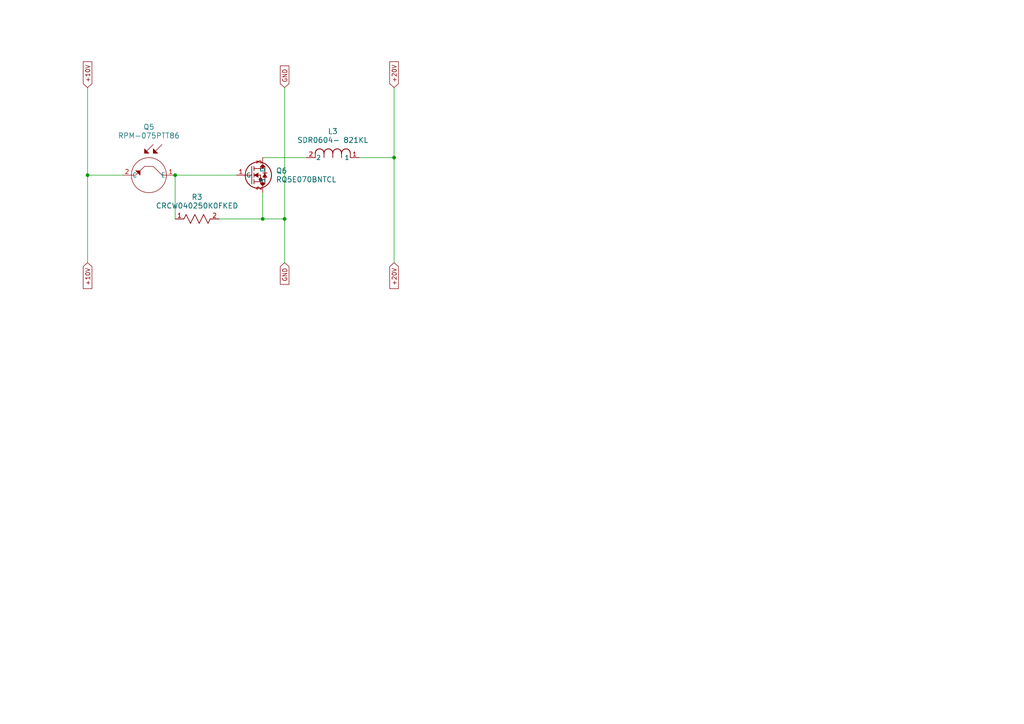
<source format=kicad_sch>
(kicad_sch (version 20250114) (generator "eeschema") (generator_version "9.0")
  (paper "A4")
  (lib_symbols
    (symbol "CRCW040250K0FKED:CRCW040250K0FKED" (pin_names (offset 0.254))
      (property "Reference" "R" (at 0 7.366 0))
      (property "Value" "CRCW040250K0FKED" (at 1.016 4.572 0))
      (symbol "CRCW040250K0FKED_1_1"
        (polyline (pts (xy -3.81 0) (xy -3.175 1.27)) (stroke (width 0.2032)))
        (polyline (pts (xy -3.175 1.27) (xy -1.905 -1.27)) (stroke (width 0.2032)))
        (polyline (pts (xy -1.905 -1.27) (xy -0.635 1.27)) (stroke (width 0.2032)))
        (polyline (pts (xy -0.635 1.27) (xy 0.635 -1.27)) (stroke (width 0.2032)))
        (polyline (pts (xy 0.635 -1.27) (xy 1.905 1.27)) (stroke (width 0.2032)))
        (polyline (pts (xy 1.905 1.27) (xy 3.175 -1.27)) (stroke (width 0.2032)))
        (polyline (pts (xy 3.175 -1.27) (xy 3.81 0)) (stroke (width 0.2032)))
        (pin unspecified line (at -6.35 0 0) (length 2.54) (name "") (number "1"))
        (pin unspecified line (at 6.35 0 180) (length 2.54) (name "") (number "2"))
      )
      (symbol "CRCW040250K0FKED_1_2"
        (polyline (pts (xy -1.27 8.255) (xy 1.27 9.525)) (stroke (width 0.2032)))
        (polyline (pts (xy -1.27 5.715) (xy 1.27 6.985)) (stroke (width 0.2032)))
        (polyline (pts (xy -1.27 3.175) (xy 1.27 4.445)) (stroke (width 0.2032)))
        (polyline (pts (xy 0 2.54) (xy -1.27 3.175)) (stroke (width 0.2032)))
        (polyline (pts (xy 1.27 9.525) (xy 0 10.16)) (stroke (width 0.2032)))
        (polyline (pts (xy 1.27 6.985) (xy -1.27 8.255)) (stroke (width 0.2032)))
        (polyline (pts (xy 1.27 4.445) (xy -1.27 5.715)) (stroke (width 0.2032)))
        (pin unspecified line (at 0 12.7 270) (length 2.54) (name "") (number "1"))
        (pin unspecified line (at 0 0 90) (length 2.54) (name "") (number "2"))
      )
    )
    (symbol "RPM-075PTT86:RPM-075PTT86" (pin_names (offset 0.254))
      (property "Reference" "Q" (at 0 14.478 0))
      (property "Value" "RPM-075PTT86" (at 0 11.43 0))
      (symbol "RPM-075PTT86_1_1"
        (polyline (pts (xy -5.08 0) (xy -3.81 0) (xy -1.27 2.54) (xy 1.27 2.54) (xy 3.81 0) (xy 5.08 0)))
        (polyline (pts (xy -3.81 1.27) (xy -2.54 1.27) (xy -2.54 0) (xy -3.81 1.27)) (fill (type outline)))
        (polyline (pts (xy -1.27 6.35) (xy 1.27 8.89)))
        (polyline (pts (xy 0 6.35) (xy -1.27 6.35) (xy -1.27 7.62) (xy 0 6.35)) (fill (type outline)))
        (circle (center 0 0) (radius 5.08))
        (polyline (pts (xy 1.27 6.35) (xy 3.81 8.89)))
        (polyline (pts (xy 2.54 6.35) (xy 1.27 6.35) (xy 1.27 7.62) (xy 2.54 6.35)) (fill (type outline)))
        (pin unspecified line (at -7.62 0 0) (length 2.54) (name "C") (number "2"))
        (pin unspecified line (at 7.62 0 180) (length 2.54) (name "E") (number "1"))
      )
    )
    (symbol "RQ5E070BNTCL:RQ5E070BNTCL" (pin_names (offset 0.254))
      (property "Reference" "Q" (at 0 19.812 0))
      (property "Value" "RQ5E070BNTCL" (at 1.27 16.764 0))
      (symbol "RQ5E070BNTCL_0_1"
        (polyline (pts (xy -3.81 0) (xy -1.905 0)) (stroke (width 0.2032)))
        (polyline (pts (xy -1.905 -2.54) (xy -1.905 2.54)) (stroke (width 0.2032)))
        (polyline (pts (xy -1.27 1.905) (xy 0.635 1.905)) (stroke (width 0.2032)))
        (polyline (pts (xy -1.27 1.27) (xy -1.27 2.54)) (stroke (width 0.2032)))
        (polyline (pts (xy -1.27 -0.635) (xy -1.27 0.635)) (stroke (width 0.2032)))
        (polyline (pts (xy -1.27 -1.905) (xy 0.635 -1.905)) (stroke (width 0.2032)))
        (polyline (pts (xy -1.27 -2.54) (xy -1.27 -1.27)) (stroke (width 0.2032)))
        (polyline (pts (xy 0 0.635) (xy -1.27 0) (xy 0 -0.635)) (fill (type outline)))
        (polyline (pts (xy 0 0) (xy 0.635 0)) (stroke (width 0.2032)))
        (circle (center 0 0) (radius 3.81) (stroke (width 0.254)))
        (polyline (pts (xy 0.635 2.54) (xy 1.905 2.54)) (stroke (width 0.2032)))
        (polyline (pts (xy 0.635 1.905) (xy 0.635 2.54)) (stroke (width 0.2032)))
        (circle (center 0.635 -1.27) (radius 0.0254) (stroke (width 0.508)))
        (polyline (pts (xy 0.635 -2.54) (xy 0.635 0)) (stroke (width 0.2032)))
        (polyline (pts (xy 0.635 -2.54) (xy 1.905 -2.54)) (stroke (width 0.2032)))
        (circle (center 1.27 2.54) (radius 0.0254) (stroke (width 0.508)))
        (circle (center 1.27 -2.54) (radius 0.0254) (stroke (width 0.508)))
        (polyline (pts (xy 1.905 0.635) (xy 1.905 2.54)) (stroke (width 0.2032)))
        (polyline (pts (xy 1.905 -2.54) (xy 1.905 -0.635)) (stroke (width 0.2032)))
        (polyline (pts (xy 2.54 0.635) (xy 1.27 0.635)) (stroke (width 0.2032)))
        (polyline (pts (xy 2.54 -0.635) (xy 1.27 -0.635) (xy 1.905 0.635)) (fill (type outline)))
        (pin unspecified line (at 1.27 5.08 270) (length 2.54) (name "D") (number "3"))
      )
      (symbol "RQ5E070BNTCL_1_1"
        (pin unspecified line (at -6.35 0 0) (length 2.54) (name "G") (number "1"))
        (pin unspecified line (at 1.27 -5.08 90) (length 2.54) (name "S") (number "2"))
      )
    )
    (symbol "SDR0604-821KL:SDR0604-_821KL" (pin_names (offset 0.254))
      (property "Reference" "L" (at -0.254 8.89 0))
      (property "Value" "SDR0604- 821KL" (at 0.508 5.588 0))
      (symbol "SDR0604-_821KL_1_1"
        (polyline (pts (xy -5.08 0) (xy -5.08 1.27)) (stroke (width 0.2032)))
        (arc (start -5.08 1.27) (mid -3.81 2.5344) (end -2.54 1.27) (stroke (width 0.254)))
        (polyline (pts (xy -2.54 0) (xy -2.54 1.27)) (stroke (width 0.2032)))
        (arc (start -2.54 1.27) (mid -1.27 2.5344) (end 0 1.27) (stroke (width 0.254)))
        (polyline (pts (xy 0 0) (xy 0 1.27)) (stroke (width 0.2032)))
        (arc (start 0 1.27) (mid 1.27 2.5344) (end 2.54 1.27) (stroke (width 0.254)))
        (polyline (pts (xy 2.54 0) (xy 2.54 1.27)) (stroke (width 0.2032)))
        (arc (start 2.54 1.27) (mid 3.81 2.5344) (end 5.08 1.27) (stroke (width 0.254)))
        (polyline (pts (xy 5.08 0) (xy 5.08 1.27)) (stroke (width 0.2032)))
        (pin unspecified line (at -7.62 0 0) (length 2.54) (name "2") (number "2"))
        (pin unspecified line (at 7.62 0 180) (length 2.54) (name "1") (number "1"))
      )
      (symbol "SDR0604-_821KL_1_2"
        (arc (start -1.27 10.16) (mid -2.5344 11.43) (end -1.27 12.7) (stroke (width 0.254)))
        (arc (start -1.27 7.62) (mid -2.5344 8.89) (end -1.27 10.16) (stroke (width 0.254)))
        (arc (start -1.27 5.08) (mid -2.5344 6.35) (end -1.27 7.62) (stroke (width 0.254)))
        (arc (start -1.27 2.54) (mid -2.5344 3.81) (end -1.27 5.08) (stroke (width 0.254)))
        (polyline (pts (xy 0 12.7) (xy -1.27 12.7)) (stroke (width 0.2032)))
        (polyline (pts (xy 0 10.16) (xy -1.27 10.16)) (stroke (width 0.2032)))
        (polyline (pts (xy 0 7.62) (xy -1.27 7.62)) (stroke (width 0.2032)))
        (polyline (pts (xy 0 5.08) (xy -1.27 5.08)) (stroke (width 0.2032)))
        (polyline (pts (xy 0 2.54) (xy -1.27 2.54)) (stroke (width 0.2032)))
        (pin unspecified line (at 0 15.24 270) (length 2.54) (name "1") (number "1"))
        (pin unspecified line (at 0 0 90) (length 2.54) (name "2") (number "2"))
      )
    )
  )
  (junction (at 50.8 50.8))
  (junction (at 114.3 45.72))
  (junction (at 76.2 63.5))
  (junction (at 82.55 63.5))
  (junction (at 25.4 50.8))
  (wire (pts (xy 114.3 45.72) (xy 114.3 76.2)))
  (wire (pts (xy 50.8 50.8) (xy 50.8 63.5)))
  (wire (pts (xy 25.4 50.8) (xy 25.4 76.2)))
  (wire (pts (xy 25.4 25.4) (xy 25.4 50.8)))
  (wire (pts (xy 114.3 25.4) (xy 114.3 45.72)))
  (wire (pts (xy 35.56 50.8) (xy 25.4 50.8)))
  (wire (pts (xy 82.55 25.4) (xy 82.55 63.5)))
  (wire (pts (xy 76.2 45.72) (xy 88.9 45.72)))
  (wire (pts (xy 76.2 63.5) (xy 82.55 63.5)))
  (wire (pts (xy 82.55 63.5) (xy 82.55 76.2)))
  (wire (pts (xy 50.8 50.8) (xy 68.58 50.8)))
  (wire (pts (xy 63.5 63.5) (xy 76.2 63.5)))
  (wire (pts (xy 76.2 55.88) (xy 76.2 63.5)))
  (wire (pts (xy 104.14 45.72) (xy 114.3 45.72)))
  (global_label "+10V" (shape input) (at 25.4 76.2 270) (property "Intersheetrefs" "${INTERSHEET_REFS}" (effects (hide yes))))
  (global_label "+20V" (shape input) (at 114.3 25.4 90) (property "Intersheetrefs" "${INTERSHEET_REFS}" (effects (hide yes))))
  (global_label "GND" (shape input) (at 82.55 25.4 90) (property "Intersheetrefs" "${INTERSHEET_REFS}" (effects (hide yes))))
  (global_label "+10V" (shape input) (at 25.4 25.4 90) (property "Intersheetrefs" "${INTERSHEET_REFS}" (effects (hide yes))))
  (global_label "+20V" (shape input) (at 114.3 76.2 270) (property "Intersheetrefs" "${INTERSHEET_REFS}" (effects (hide yes))))
  (global_label "GND" (shape input) (at 82.55 76.2 270) (property "Intersheetrefs" "${INTERSHEET_REFS}" (effects (hide yes))))
  (symbol (lib_id "RPM-075PTT86:RPM-075PTT86") (at 43.18 50.8 0) (unit 1)
    (property "Reference" "Q1" (at 43.18 36.83 0) (effects (font (size 1.524 1.524))))
    (property "Value" "RPM-075PTT86" (at 43.18 39.37 0) (effects (font (size 1.524 1.524))))
    (property "Footprint" "footprints:TRANS_RPM-075P_ROM" (effects (hide yes)))
    (property "Datasheet" "RPM-075PTT86" (effects (hide yes)))
    (instances (project "LightTouch_10x10" (path "" (reference "Q5") (unit 1)) (path "" (reference "Q1") (unit 1)) (path "" (reference "Q95") (unit 1)) (path "" (reference "Q35") (unit 1)) (path "" (reference "Q153") (unit 1)) (path "" (reference "Q139") (unit 1)) (path "" (reference "Q147") (unit 1)) (path "" (reference "Q7") (unit 1)) (path "" (reference "Q79") (unit 1)) (path "" (reference "Q97") (unit 1)) (path "" (reference "Q179") (unit 1)) (path "" (reference "Q59") (unit 1)) (path "" (reference "Q107") (unit 1)) (path "" (reference "Q157") (unit 1)) (path "" (reference "Q155") (unit 1)) (path "" (reference "Q109") (unit 1)) (path "" (reference "Q15") (unit 1)) (path "" (reference "Q49") (unit 1)) (path "" (reference "Q197") (unit 1)) (path "" (reference "Q165") (unit 1)) (path "" (reference "Q185") (unit 1)) (path "" (reference "Q99") (unit 1)) (path "" (reference "Q105") (unit 1)) (path "" (reference "Q53") (unit 1)) (path "" (reference "Q115") (unit 1)) (path "" (reference "Q159") (unit 1)) (path "" (reference "Q91") (unit 1)) (path "" (reference "Q75") (unit 1)) (path "" (reference "Q125") (unit 1)) (path "" (reference "Q143") (unit 1)) (path "" (reference "Q29") (unit 1)) (path "" (reference "Q9") (unit 1)) (path "" (reference "Q27") (unit 1)) (path "" (reference "Q175") (unit 1)) (path "" (reference "Q21") (unit 1)) (path "" (reference "Q61") (unit 1)) (path "" (reference "Q189") (unit 1)) (path "" (reference "Q65") (unit 1)) (path "" (reference "Q19") (unit 1)) (path "" (reference "Q63") (unit 1)) (path "" (reference "Q101") (unit 1)) (path "" (reference "Q127") (unit 1)) (path "" (reference "Q73") (unit 1)) (path "" (reference "Q41") (unit 1)) (path "" (reference "Q39") (unit 1)) (path "" (reference "Q55") (unit 1)) (path "" (reference "Q137") (unit 1)) (path "" (reference "Q85") (unit 1)) (path "" (reference "Q67") (unit 1)) (path "" (reference "Q129") (unit 1)) (path "" (reference "Q103") (unit 1)) (path "" (reference "Q13") (unit 1)) (path "" (reference "Q45") (unit 1)) (path "" (reference "Q173") (unit 1)) (path "" (reference "Q121") (unit 1)) (path "" (reference "Q123") (unit 1)) (path "" (reference "Q131") (unit 1)) (path "" (reference "Q25") (unit 1)) (path "" (reference "Q161") (unit 1)) (path "" (reference "Q17") (unit 1)) (path "" (reference "Q23") (unit 1)) (path "" (reference "Q71") (unit 1)) (path "" (reference "Q145") (unit 1)) (path "" (reference "Q187") (unit 1)) (path "" (reference "Q93") (unit 1)) (path "" (reference "Q193") (unit 1)) (path "" (reference "Q183") (unit 1)) (path "" (reference "Q89") (unit 1)) (path "" (reference "Q81") (unit 1)) (path "" (reference "Q37") (unit 1)) (path "" (reference "Q135") (unit 1)) (path "" (reference "Q51") (unit 1)) (path "" (reference "Q3") (unit 1)) (path "" (reference "Q77") (unit 1)) (path "" (reference "Q133") (unit 1)) (path "" (reference "Q117") (unit 1)) (path "" (reference "Q83") (unit 1)) (path "" (reference "Q119") (unit 1)) (path "" (reference "Q177") (unit 1)) (path "" (reference "Q191") (unit 1)) (path "" (reference "Q33") (unit 1)) (path "" (reference "Q181") (unit 1)) (path "" (reference "Q151") (unit 1)) (path "" (reference "Q113") (unit 1)) (path "" (reference "Q195") (unit 1)) (path "" (reference "Q43") (unit 1)) (path "" (reference "Q167") (unit 1)) (path "" (reference "Q199") (unit 1)) (path "" (reference "Q11") (unit 1)) (path "" (reference "Q69") (unit 1)) (path "" (reference "Q169") (unit 1)) (path "" (reference "Q57") (unit 1)) (path "" (reference "Q163") (unit 1)) (path "" (reference "Q141") (unit 1)) (path "" (reference "Q31") (unit 1)) (path "" (reference "Q111") (unit 1)) (path "" (reference "Q47") (unit 1)) (path "" (reference "Q149") (unit 1)) (path "" (reference "Q87") (unit 1)) (path "" (reference "Q171") (unit 1))))
  )
  (symbol (lib_id "CRCW040250K0FKED:CRCW040250K0FKED") (at 57.15 63.5 0) (unit 1)
    (property "Reference" "R1" (at 57.15 57.15 0) (effects (font (size 1.524 1.524))))
    (property "Value" "CRCW040250K0FKED" (at 57.15 59.69 0) (effects (font (size 1.524 1.524))))
    (property "Footprint" "footprints:RES_CRCW0402_VIS" (effects (hide yes)))
    (property "Datasheet" "CRCW040250K0FKED" (effects (hide yes)))
    (instances (project "LightTouch_10x10" (path "" (reference "R3") (unit 1)) (path "" (reference "R1") (unit 1)) (path "" (reference "R48") (unit 1)) (path "" (reference "R18") (unit 1)) (path "" (reference "R77") (unit 1)) (path "" (reference "R70") (unit 1)) (path "" (reference "R74") (unit 1)) (path "" (reference "R4") (unit 1)) (path "" (reference "R40") (unit 1)) (path "" (reference "R49") (unit 1)) (path "" (reference "R90") (unit 1)) (path "" (reference "R30") (unit 1)) (path "" (reference "R54") (unit 1)) (path "" (reference "R79") (unit 1)) (path "" (reference "R78") (unit 1)) (path "" (reference "R55") (unit 1)) (path "" (reference "R8") (unit 1)) (path "" (reference "R25") (unit 1)) (path "" (reference "R99") (unit 1)) (path "" (reference "R83") (unit 1)) (path "" (reference "R93") (unit 1)) (path "" (reference "R50") (unit 1)) (path "" (reference "R53") (unit 1)) (path "" (reference "R27") (unit 1)) (path "" (reference "R58") (unit 1)) (path "" (reference "R80") (unit 1)) (path "" (reference "R46") (unit 1)) (path "" (reference "R38") (unit 1)) (path "" (reference "R63") (unit 1)) (path "" (reference "R72") (unit 1)) (path "" (reference "R15") (unit 1)) (path "" (reference "R5") (unit 1)) (path "" (reference "R14") (unit 1)) (path "" (reference "R88") (unit 1)) (path "" (reference "R11") (unit 1)) (path "" (reference "R31") (unit 1)) (path "" (reference "R95") (unit 1)) (path "" (reference "R33") (unit 1)) (path "" (reference "R10") (unit 1)) (path "" (reference "R32") (unit 1)) (path "" (reference "R51") (unit 1)) (path "" (reference "R64") (unit 1)) (path "" (reference "R37") (unit 1)) (path "" (reference "R21") (unit 1)) (path "" (reference "R20") (unit 1)) (path "" (reference "R28") (unit 1)) (path "" (reference "R69") (unit 1)) (path "" (reference "R43") (unit 1)) (path "" (reference "R34") (unit 1)) (path "" (reference "R65") (unit 1)) (path "" (reference "R52") (unit 1)) (path "" (reference "R7") (unit 1)) (path "" (reference "R23") (unit 1)) (path "" (reference "R87") (unit 1)) (path "" (reference "R61") (unit 1)) (path "" (reference "R62") (unit 1)) (path "" (reference "R66") (unit 1)) (path "" (reference "R13") (unit 1)) (path "" (reference "R81") (unit 1)) (path "" (reference "R9") (unit 1)) (path "" (reference "R12") (unit 1)) (path "" (reference "R36") (unit 1)) (path "" (reference "R73") (unit 1)) (path "" (reference "R94") (unit 1)) (path "" (reference "R47") (unit 1)) (path "" (reference "R97") (unit 1)) (path "" (reference "R92") (unit 1)) (path "" (reference "R45") (unit 1)) (path "" (reference "R41") (unit 1)) (path "" (reference "R19") (unit 1)) (path "" (reference "R68") (unit 1)) (path "" (reference "R26") (unit 1)) (path "" (reference "R2") (unit 1)) (path "" (reference "R39") (unit 1)) (path "" (reference "R67") (unit 1)) (path "" (reference "R59") (unit 1)) (path "" (reference "R42") (unit 1)) (path "" (reference "R60") (unit 1)) (path "" (reference "R89") (unit 1)) (path "" (reference "R96") (unit 1)) (path "" (reference "R17") (unit 1)) (path "" (reference "R91") (unit 1)) (path "" (reference "R76") (unit 1)) (path "" (reference "R57") (unit 1)) (path "" (reference "R98") (unit 1)) (path "" (reference "R22") (unit 1)) (path "" (reference "R84") (unit 1)) (path "" (reference "R100") (unit 1)) (path "" (reference "R6") (unit 1)) (path "" (reference "R35") (unit 1)) (path "" (reference "R85") (unit 1)) (path "" (reference "R29") (unit 1)) (path "" (reference "R82") (unit 1)) (path "" (reference "R71") (unit 1)) (path "" (reference "R16") (unit 1)) (path "" (reference "R56") (unit 1)) (path "" (reference "R24") (unit 1)) (path "" (reference "R75") (unit 1)) (path "" (reference "R44") (unit 1)) (path "" (reference "R86") (unit 1))))
  )
  (symbol (lib_id "SDR0604-821KL:SDR0604-_821KL") (at 96.52 45.72 0) (unit 1)
    (property "Reference" "L1" (at 96.52 38.1 0) (effects (font (size 1.524 1.524))))
    (property "Value" "SDR0604- 821KL" (at 96.52 40.64 0) (effects (font (size 1.524 1.524))))
    (property "Footprint" "footprints:IND_BOURNS_SDR0604" (effects (hide yes)))
    (property "Datasheet" "SDR0604- 821KL" (effects (hide yes)))
    (instances (project "LightTouch_10x10" (path "" (reference "L3") (unit 1)) (path "" (reference "L1") (unit 1)) (path "" (reference "L48") (unit 1)) (path "" (reference "L18") (unit 1)) (path "" (reference "L77") (unit 1)) (path "" (reference "L70") (unit 1)) (path "" (reference "L74") (unit 1)) (path "" (reference "L4") (unit 1)) (path "" (reference "L40") (unit 1)) (path "" (reference "L49") (unit 1)) (path "" (reference "L90") (unit 1)) (path "" (reference "L30") (unit 1)) (path "" (reference "L54") (unit 1)) (path "" (reference "L79") (unit 1)) (path "" (reference "L78") (unit 1)) (path "" (reference "L55") (unit 1)) (path "" (reference "L8") (unit 1)) (path "" (reference "L25") (unit 1)) (path "" (reference "L99") (unit 1)) (path "" (reference "L83") (unit 1)) (path "" (reference "L93") (unit 1)) (path "" (reference "L50") (unit 1)) (path "" (reference "L53") (unit 1)) (path "" (reference "L27") (unit 1)) (path "" (reference "L58") (unit 1)) (path "" (reference "L80") (unit 1)) (path "" (reference "L46") (unit 1)) (path "" (reference "L38") (unit 1)) (path "" (reference "L63") (unit 1)) (path "" (reference "L72") (unit 1)) (path "" (reference "L15") (unit 1)) (path "" (reference "L5") (unit 1)) (path "" (reference "L14") (unit 1)) (path "" (reference "L88") (unit 1)) (path "" (reference "L11") (unit 1)) (path "" (reference "L31") (unit 1)) (path "" (reference "L95") (unit 1)) (path "" (reference "L33") (unit 1)) (path "" (reference "L10") (unit 1)) (path "" (reference "L32") (unit 1)) (path "" (reference "L51") (unit 1)) (path "" (reference "L64") (unit 1)) (path "" (reference "L37") (unit 1)) (path "" (reference "L21") (unit 1)) (path "" (reference "L20") (unit 1)) (path "" (reference "L28") (unit 1)) (path "" (reference "L69") (unit 1)) (path "" (reference "L43") (unit 1)) (path "" (reference "L34") (unit 1)) (path "" (reference "L65") (unit 1)) (path "" (reference "L52") (unit 1)) (path "" (reference "L7") (unit 1)) (path "" (reference "L23") (unit 1)) (path "" (reference "L87") (unit 1)) (path "" (reference "L61") (unit 1)) (path "" (reference "L62") (unit 1)) (path "" (reference "L66") (unit 1)) (path "" (reference "L13") (unit 1)) (path "" (reference "L81") (unit 1)) (path "" (reference "L9") (unit 1)) (path "" (reference "L12") (unit 1)) (path "" (reference "L36") (unit 1)) (path "" (reference "L73") (unit 1)) (path "" (reference "L94") (unit 1)) (path "" (reference "L47") (unit 1)) (path "" (reference "L97") (unit 1)) (path "" (reference "L92") (unit 1)) (path "" (reference "L45") (unit 1)) (path "" (reference "L41") (unit 1)) (path "" (reference "L19") (unit 1)) (path "" (reference "L68") (unit 1)) (path "" (reference "L26") (unit 1)) (path "" (reference "L2") (unit 1)) (path "" (reference "L39") (unit 1)) (path "" (reference "L67") (unit 1)) (path "" (reference "L59") (unit 1)) (path "" (reference "L42") (unit 1)) (path "" (reference "L60") (unit 1)) (path "" (reference "L89") (unit 1)) (path "" (reference "L96") (unit 1)) (path "" (reference "L17") (unit 1)) (path "" (reference "L91") (unit 1)) (path "" (reference "L76") (unit 1)) (path "" (reference "L57") (unit 1)) (path "" (reference "L98") (unit 1)) (path "" (reference "L22") (unit 1)) (path "" (reference "L84") (unit 1)) (path "" (reference "L100") (unit 1)) (path "" (reference "L6") (unit 1)) (path "" (reference "L35") (unit 1)) (path "" (reference "L85") (unit 1)) (path "" (reference "L29") (unit 1)) (path "" (reference "L82") (unit 1)) (path "" (reference "L71") (unit 1)) (path "" (reference "L16") (unit 1)) (path "" (reference "L56") (unit 1)) (path "" (reference "L24") (unit 1)) (path "" (reference "L75") (unit 1)) (path "" (reference "L44") (unit 1)) (path "" (reference "L86") (unit 1))))
  )
  (symbol (lib_id "RQ5E070BNTCL:RQ5E070BNTCL") (at 74.93 50.8 0) (unit 1)
    (property "Reference" "Q2" (at 80.01 49.5299 0) (effects (font (size 1.524 1.524)) (justify left)))
    (property "Value" "RQ5E070BNTCL" (at 80.01 52.0699 0) (effects (font (size 1.524 1.524)) (justify left)))
    (property "Footprint" "footprints:TRANS_RDR005N_ROM" (effects (hide yes)))
    (property "Datasheet" "RQ5E070BNTCL" (effects (hide yes)))
    (instances (project "LightTouch_10x10" (path "" (reference "Q6") (unit 1)) (path "" (reference "Q2") (unit 1)) (path "" (reference "Q96") (unit 1)) (path "" (reference "Q36") (unit 1)) (path "" (reference "Q154") (unit 1)) (path "" (reference "Q140") (unit 1)) (path "" (reference "Q148") (unit 1)) (path "" (reference "Q8") (unit 1)) (path "" (reference "Q80") (unit 1)) (path "" (reference "Q98") (unit 1)) (path "" (reference "Q180") (unit 1)) (path "" (reference "Q60") (unit 1)) (path "" (reference "Q108") (unit 1)) (path "" (reference "Q158") (unit 1)) (path "" (reference "Q156") (unit 1)) (path "" (reference "Q110") (unit 1)) (path "" (reference "Q16") (unit 1)) (path "" (reference "Q50") (unit 1)) (path "" (reference "Q198") (unit 1)) (path "" (reference "Q166") (unit 1)) (path "" (reference "Q186") (unit 1)) (path "" (reference "Q100") (unit 1)) (path "" (reference "Q106") (unit 1)) (path "" (reference "Q54") (unit 1)) (path "" (reference "Q116") (unit 1)) (path "" (reference "Q160") (unit 1)) (path "" (reference "Q92") (unit 1)) (path "" (reference "Q76") (unit 1)) (path "" (reference "Q126") (unit 1)) (path "" (reference "Q144") (unit 1)) (path "" (reference "Q30") (unit 1)) (path "" (reference "Q10") (unit 1)) (path "" (reference "Q28") (unit 1)) (path "" (reference "Q176") (unit 1)) (path "" (reference "Q22") (unit 1)) (path "" (reference "Q62") (unit 1)) (path "" (reference "Q190") (unit 1)) (path "" (reference "Q66") (unit 1)) (path "" (reference "Q20") (unit 1)) (path "" (reference "Q64") (unit 1)) (path "" (reference "Q102") (unit 1)) (path "" (reference "Q128") (unit 1)) (path "" (reference "Q74") (unit 1)) (path "" (reference "Q42") (unit 1)) (path "" (reference "Q40") (unit 1)) (path "" (reference "Q56") (unit 1)) (path "" (reference "Q138") (unit 1)) (path "" (reference "Q86") (unit 1)) (path "" (reference "Q68") (unit 1)) (path "" (reference "Q130") (unit 1)) (path "" (reference "Q104") (unit 1)) (path "" (reference "Q14") (unit 1)) (path "" (reference "Q46") (unit 1)) (path "" (reference "Q174") (unit 1)) (path "" (reference "Q122") (unit 1)) (path "" (reference "Q124") (unit 1)) (path "" (reference "Q132") (unit 1)) (path "" (reference "Q26") (unit 1)) (path "" (reference "Q162") (unit 1)) (path "" (reference "Q18") (unit 1)) (path "" (reference "Q24") (unit 1)) (path "" (reference "Q72") (unit 1)) (path "" (reference "Q146") (unit 1)) (path "" (reference "Q188") (unit 1)) (path "" (reference "Q94") (unit 1)) (path "" (reference "Q194") (unit 1)) (path "" (reference "Q184") (unit 1)) (path "" (reference "Q90") (unit 1)) (path "" (reference "Q82") (unit 1)) (path "" (reference "Q38") (unit 1)) (path "" (reference "Q136") (unit 1)) (path "" (reference "Q52") (unit 1)) (path "" (reference "Q4") (unit 1)) (path "" (reference "Q78") (unit 1)) (path "" (reference "Q134") (unit 1)) (path "" (reference "Q118") (unit 1)) (path "" (reference "Q84") (unit 1)) (path "" (reference "Q120") (unit 1)) (path "" (reference "Q178") (unit 1)) (path "" (reference "Q192") (unit 1)) (path "" (reference "Q34") (unit 1)) (path "" (reference "Q182") (unit 1)) (path "" (reference "Q152") (unit 1)) (path "" (reference "Q114") (unit 1)) (path "" (reference "Q196") (unit 1)) (path "" (reference "Q44") (unit 1)) (path "" (reference "Q168") (unit 1)) (path "" (reference "Q200") (unit 1)) (path "" (reference "Q12") (unit 1)) (path "" (reference "Q70") (unit 1)) (path "" (reference "Q170") (unit 1)) (path "" (reference "Q58") (unit 1)) (path "" (reference "Q164") (unit 1)) (path "" (reference "Q142") (unit 1)) (path "" (reference "Q32") (unit 1)) (path "" (reference "Q112") (unit 1)) (path "" (reference "Q48") (unit 1)) (path "" (reference "Q150") (unit 1)) (path "" (reference "Q88") (unit 1)) (path "" (reference "Q172") (unit 1))))
  )
)
</source>
